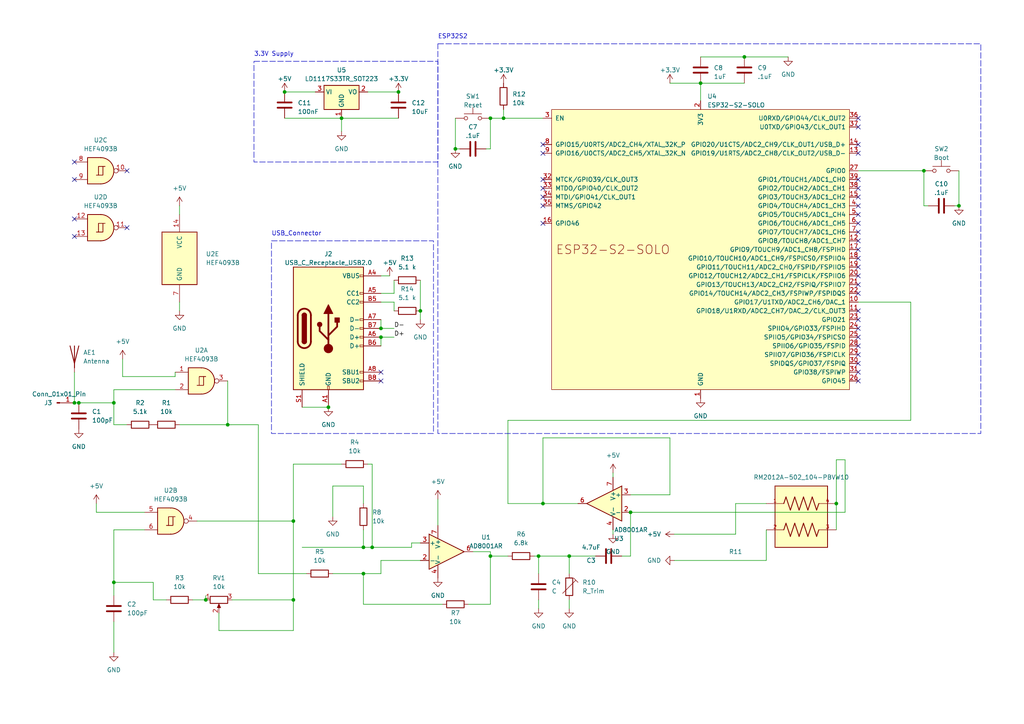
<source format=kicad_sch>
(kicad_sch (version 20230121) (generator eeschema)
  (paper "A4")
  (lib_symbols
    (symbol "4xxx:HEF4093B" (pin_names (offset 1.016))
      (property "Reference" "U" (at 0 1.27 0))
      (property "Value" "HEF4093B" (at 0 -1.27 0))
      (symbol "HEF4093B_1_0"
        (polyline (pts (xy -0.635 -1.27) (xy -0.635 1.27) (xy 0.635 1.27)))
        (polyline (pts (xy -0.635 -1.27) (xy -0.635 1.27) (xy 0.635 1.27)))
        (polyline (pts (xy -1.27 -1.27) (xy 0.635 -1.27) (xy 0.635 1.27) (xy 1.27 1.27)))
        (polyline (pts (xy -1.27 -1.27) (xy 0.635 -1.27) (xy 0.635 1.27) (xy 1.27 1.27)))
      )
      (symbol "HEF4093B_1_1"
        (arc (start 0 -3.81) (mid 3.7934 0) (end 0 3.81) (stroke (width 0.254)) (fill (type background)))
        (polyline (pts (xy 0 3.81) (xy -3.81 3.81) (xy -3.81 -3.81) (xy 0 -3.81)) (stroke (width 0.254)) (fill (type background)))
        (pin input line (at -7.62 2.54 0) (length 3.81) (name "~") (number "1"))
        (pin input line (at -7.62 -2.54 0) (length 3.81) (name "~") (number "2"))
        (pin output inverted (at 7.62 0 180) (length 3.81) (name "~") (number "3"))
      )
      (symbol "HEF4093B_1_2"
        (arc (start -3.81 -3.81) (mid -2.589 0) (end -3.81 3.81) (stroke (width 0.254)))
        (arc (start -0.6096 -3.81) (mid 2.1842 -2.5851) (end 3.81 0) (stroke (width 0.254)) (fill (type background)))
        (polyline (pts (xy -3.81 -3.81) (xy -0.635 -3.81)) (stroke (width 0.254)) (fill (type background)))
        (polyline (pts (xy -3.81 3.81) (xy -0.635 3.81)) (stroke (width 0.254)) (fill (type background)))
        (polyline (pts (xy -0.635 3.81) (xy -3.81 3.81) (xy -3.81 3.81) (xy -3.556 3.4036) (xy -3.0226 2.2606) (xy -2.6924 1.0414) (xy -2.6162 -0.254) (xy -2.7686 -1.4986) (xy -3.175 -2.7178) (xy -3.81 -3.81) (xy -3.81 -3.81) (xy -0.635 -3.81)) (stroke (width -25.4)) (fill (type background)))
        (arc (start 3.81 0) (mid 2.1915 2.5936) (end -0.6096 3.81) (stroke (width 0.254)) (fill (type background)))
        (pin input inverted (at -7.62 2.54 0) (length 4.318) (name "~") (number "1"))
        (pin input inverted (at -7.62 -2.54 0) (length 4.318) (name "~") (number "2"))
        (pin output line (at 7.62 0 180) (length 3.81) (name "~") (number "3"))
      )
      (symbol "HEF4093B_2_0"
        (polyline (pts (xy -0.635 -1.27) (xy -0.635 1.27) (xy 0.635 1.27)))
        (polyline (pts (xy -0.635 -1.27) (xy -0.635 1.27) (xy 0.635 1.27)))
        (polyline (pts (xy -1.27 -1.27) (xy 0.635 -1.27) (xy 0.635 1.27) (xy 1.27 1.27)))
        (polyline (pts (xy -1.27 -1.27) (xy 0.635 -1.27) (xy 0.635 1.27) (xy 1.27 1.27)))
      )
      (symbol "HEF4093B_2_1"
        (arc (start 0 -3.81) (mid 3.7934 0) (end 0 3.81) (stroke (width 0.254)) (fill (type background)))
        (polyline (pts (xy 0 3.81) (xy -3.81 3.81) (xy -3.81 -3.81) (xy 0 -3.81)) (stroke (width 0.254)) (fill (type background)))
        (pin output inverted (at 7.62 0 180) (length 3.81) (name "~") (number "4"))
        (pin input line (at -7.62 2.54 0) (length 3.81) (name "~") (number "5"))
        (pin input line (at -7.62 -2.54 0) (length 3.81) (name "~") (number "6"))
      )
      (symbol "HEF4093B_2_2"
        (arc (start -3.81 -3.81) (mid -2.589 0) (end -3.81 3.81) (stroke (width 0.254)))
        (arc (start -0.6096 -3.81) (mid 2.1842 -2.5851) (end 3.81 0) (stroke (width 0.254)) (fill (type background)))
        (polyline (pts (xy -3.81 -3.81) (xy -0.635 -3.81)) (stroke (width 0.254)) (fill (type background)))
        (polyline (pts (xy -3.81 3.81) (xy -0.635 3.81)) (stroke (width 0.254)) (fill (type background)))
        (polyline (pts (xy -0.635 3.81) (xy -3.81 3.81) (xy -3.81 3.81) (xy -3.556 3.4036) (xy -3.0226 2.2606) (xy -2.6924 1.0414) (xy -2.6162 -0.254) (xy -2.7686 -1.4986) (xy -3.175 -2.7178) (xy -3.81 -3.81) (xy -3.81 -3.81) (xy -0.635 -3.81)) (stroke (width -25.4)) (fill (type background)))
        (arc (start 3.81 0) (mid 2.1915 2.5936) (end -0.6096 3.81) (stroke (width 0.254)) (fill (type background)))
        (pin output line (at 7.62 0 180) (length 3.81) (name "~") (number "4"))
        (pin input inverted (at -7.62 2.54 0) (length 4.318) (name "~") (number "5"))
        (pin input inverted (at -7.62 -2.54 0) (length 4.318) (name "~") (number "6"))
      )
      (symbol "HEF4093B_3_0"
        (polyline (pts (xy -0.635 -1.27) (xy -0.635 1.27) (xy 0.635 1.27)))
        (polyline (pts (xy -0.635 -1.27) (xy -0.635 1.27) (xy 0.635 1.27)))
        (polyline (pts (xy -1.27 -1.27) (xy 0.635 -1.27) (xy 0.635 1.27) (xy 1.27 1.27)))
        (polyline (pts (xy -1.27 -1.27) (xy 0.635 -1.27) (xy 0.635 1.27) (xy 1.27 1.27)))
      )
      (symbol "HEF4093B_3_1"
        (arc (start 0 -3.81) (mid 3.7934 0) (end 0 3.81) (stroke (width 0.254)) (fill (type background)))
        (polyline (pts (xy 0 3.81) (xy -3.81 3.81) (xy -3.81 -3.81) (xy 0 -3.81)) (stroke (width 0.254)) (fill (type background)))
        (pin output inverted (at 7.62 0 180) (length 3.81) (name "~") (number "10"))
        (pin input line (at -7.62 2.54 0) (length 3.81) (name "~") (number "8"))
        (pin input line (at -7.62 -2.54 0) (length 3.81) (name "~") (number "9"))
      )
      (symbol "HEF4093B_3_2"
        (arc (start -3.81 -3.81) (mid -2.589 0) (end -3.81 3.81) (stroke (width 0.254)))
        (arc (start -0.6096 -3.81) (mid 2.1842 -2.5851) (end 3.81 0) (stroke (width 0.254)) (fill (type background)))
        (polyline (pts (xy -3.81 -3.81) (xy -0.635 -3.81)) (stroke (width 0.254)) (fill (type background)))
        (polyline (pts (xy -3.81 3.81) (xy -0.635 3.81)) (stroke (width 0.254)) (fill (type background)))
        (polyline (pts (xy -0.635 3.81) (xy -3.81 3.81) (xy -3.81 3.81) (xy -3.556 3.4036) (xy -3.0226 2.2606) (xy -2.6924 1.0414) (xy -2.6162 -0.254) (xy -2.7686 -1.4986) (xy -3.175 -2.7178) (xy -3.81 -3.81) (xy -3.81 -3.81) (xy -0.635 -3.81)) (stroke (width -25.4)) (fill (type background)))
        (arc (start 3.81 0) (mid 2.1915 2.5936) (end -0.6096 3.81) (stroke (width 0.254)) (fill (type background)))
        (pin output line (at 7.62 0 180) (length 3.81) (name "~") (number "10"))
        (pin input inverted (at -7.62 2.54 0) (length 4.318) (name "~") (number "8"))
        (pin input inverted (at -7.62 -2.54 0) (length 4.318) (name "~") (number "9"))
      )
      (symbol "HEF4093B_4_0"
        (polyline (pts (xy -0.635 -1.27) (xy -0.635 1.27) (xy 0.635 1.27)))
        (polyline (pts (xy -0.635 -1.27) (xy -0.635 1.27) (xy 0.635 1.27)))
        (polyline (pts (xy -1.27 -1.27) (xy 0.635 -1.27) (xy 0.635 1.27) (xy 1.27 1.27)))
        (polyline (pts (xy -1.27 -1.27) (xy 0.635 -1.27) (xy 0.635 1.27) (xy 1.27 1.27)))
      )
      (symbol "HEF4093B_4_1"
        (arc (start 0 -3.81) (mid 3.7934 0) (end 0 3.81) (stroke (width 0.254)) (fill (type background)))
        (polyline (pts (xy 0 3.81) (xy -3.81 3.81) (xy -3.81 -3.81) (xy 0 -3.81)) (stroke (width 0.254)) (fill (type background)))
        (pin output inverted (at 7.62 0 180) (length 3.81) (name "~") (number "11"))
        (pin input line (at -7.62 2.54 0) (length 3.81) (name "~") (number "12"))
        (pin input line (at -7.62 -2.54 0) (length 3.81) (name "~") (number "13"))
      )
      (symbol "HEF4093B_4_2"
        (arc (start -3.81 -3.81) (mid -2.589 0) (end -3.81 3.81) (stroke (width 0.254)))
        (arc (start -0.6096 -3.81) (mid 2.1842 -2.5851) (end 3.81 0) (stroke (width 0.254)) (fill (type background)))
        (polyline (pts (xy -3.81 -3.81) (xy -0.635 -3.81)) (stroke (width 0.254)) (fill (type background)))
        (polyline (pts (xy -3.81 3.81) (xy -0.635 3.81)) (stroke (width 0.254)) (fill (type background)))
        (polyline (pts (xy -0.635 3.81) (xy -3.81 3.81) (xy -3.81 3.81) (xy -3.556 3.4036) (xy -3.0226 2.2606) (xy -2.6924 1.0414) (xy -2.6162 -0.254) (xy -2.7686 -1.4986) (xy -3.175 -2.7178) (xy -3.81 -3.81) (xy -3.81 -3.81) (xy -0.635 -3.81)) (stroke (width -25.4)) (fill (type background)))
        (arc (start 3.81 0) (mid 2.1915 2.5936) (end -0.6096 3.81) (stroke (width 0.254)) (fill (type background)))
        (pin output line (at 7.62 0 180) (length 3.81) (name "~") (number "11"))
        (pin input inverted (at -7.62 2.54 0) (length 4.318) (name "~") (number "12"))
        (pin input inverted (at -7.62 -2.54 0) (length 4.318) (name "~") (number "13"))
      )
      (symbol "HEF4093B_5_0"
        (pin power_in line (at 0 12.7 270) (length 5.08) (name "VCC") (number "14"))
        (pin power_in line (at 0 -12.7 90) (length 5.08) (name "GND") (number "7"))
      )
      (symbol "HEF4093B_5_1"
        (rectangle (start -5.08 7.62) (end 5.08 -7.62) (stroke (width 0.254)) (fill (type background)))
      )
    )
    (symbol "Amplifier_Operational:AD8001AR" (pin_names (offset 0.127))
      (property "Reference" "U" (at 0 6.35 0))
      (property "Value" "AD8001AR" (at 0 3.81 0))
      (symbol "AD8001AR_0_1"
        (polyline (pts (xy -5.08 5.08) (xy 5.08 0) (xy -5.08 -5.08) (xy -5.08 5.08)) (stroke (width 0.254)) (fill (type background)))
      )
      (symbol "AD8001AR_1_1"
        (pin no_connect line (at -2.54 2.54 270) (length 2.54) hide (name "NC") (number "1"))
        (pin input line (at -7.62 -2.54 0) (length 2.54) (name "-") (number "2"))
        (pin input line (at -7.62 2.54 0) (length 2.54) (name "+") (number "3"))
        (pin power_in line (at -2.54 -7.62 90) (length 3.81) (name "V-") (number "4"))
        (pin no_connect line (at 0 2.54 270) (length 2.54) hide (name "NC") (number "5"))
        (pin output line (at 7.62 0 180) (length 2.54) (name "~") (number "6"))
        (pin power_in line (at -2.54 7.62 270) (length 3.81) (name "V+") (number "7"))
        (pin no_connect line (at 0 -2.54 90) (length 2.54) hide (name "NC") (number "8"))
      )
    )
    (symbol "Connector:Conn_01x01_Pin" (pin_names (offset 1.016) hide)
      (property "Reference" "J" (at 0 2.54 0))
      (property "Value" "Conn_01x01_Pin" (at 0 -2.54 0))
      (symbol "Conn_01x01_Pin_1_1"
        (polyline (pts (xy 1.27 0) (xy 0.8636 0)) (stroke (width 0.1524)))
        (rectangle (start 0.8636 0.127) (end 0 -0.127) (stroke (width 0.1524)) (fill (type outline)))
        (pin passive line (at 5.08 0 180) (length 3.81) (name "Pin_1") (number "1"))
      )
    )
    (symbol "Connector:USB_C_Receptacle_USB2.0" (pin_names (offset 1.016))
      (property "Reference" "J" (at -10.16 19.05 0))
      (property "Value" "USB_C_Receptacle_USB2.0" (at 19.05 19.05 0))
      (symbol "USB_C_Receptacle_USB2.0_0_0"
        (rectangle (start -0.254 -17.78) (end 0.254 -16.764))
        (rectangle (start 10.16 -14.986) (end 9.144 -15.494))
        (rectangle (start 10.16 -12.446) (end 9.144 -12.954))
        (rectangle (start 10.16 -4.826) (end 9.144 -5.334))
        (rectangle (start 10.16 -2.286) (end 9.144 -2.794))
        (rectangle (start 10.16 0.254) (end 9.144 -0.254))
        (rectangle (start 10.16 2.794) (end 9.144 2.286))
        (rectangle (start 10.16 7.874) (end 9.144 7.366))
        (rectangle (start 10.16 10.414) (end 9.144 9.906))
        (rectangle (start 10.16 15.494) (end 9.144 14.986))
      )
      (symbol "USB_C_Receptacle_USB2.0_0_1"
        (rectangle (start -10.16 17.78) (end 10.16 -17.78) (stroke (width 0.254)) (fill (type background)))
        (arc (start -8.89 -3.81) (mid -6.985 -5.7067) (end -5.08 -3.81) (stroke (width 0.508)))
        (arc (start -7.62 -3.81) (mid -6.985 -4.4423) (end -6.35 -3.81) (stroke (width 0.254)))
        (arc (start -7.62 -3.81) (mid -6.985 -4.4423) (end -6.35 -3.81) (stroke (width 0.254)) (fill (type outline)))
        (rectangle (start -7.62 -3.81) (end -6.35 3.81) (stroke (width 0.254)) (fill (type outline)))
        (arc (start -6.35 3.81) (mid -6.985 4.4423) (end -7.62 3.81) (stroke (width 0.254)))
        (arc (start -6.35 3.81) (mid -6.985 4.4423) (end -7.62 3.81) (stroke (width 0.254)) (fill (type outline)))
        (arc (start -5.08 3.81) (mid -6.985 5.7067) (end -8.89 3.81) (stroke (width 0.508)))
        (circle (center -2.54 1.143) (radius 0.635) (stroke (width 0.254)) (fill (type outline)))
        (circle (center 0 -5.842) (radius 1.27) (fill (type outline)))
        (polyline (pts (xy -8.89 -3.81) (xy -8.89 3.81)) (stroke (width 0.508)))
        (polyline (pts (xy -5.08 3.81) (xy -5.08 -3.81)) (stroke (width 0.508)))
        (polyline (pts (xy 0 -5.842) (xy 0 4.318)) (stroke (width 0.508)))
        (polyline (pts (xy 0 -3.302) (xy -2.54 -0.762) (xy -2.54 0.508)) (stroke (width 0.508)))
        (polyline (pts (xy 0 -2.032) (xy 2.54 0.508) (xy 2.54 1.778)) (stroke (width 0.508)))
        (polyline (pts (xy -1.27 4.318) (xy 0 6.858) (xy 1.27 4.318) (xy -1.27 4.318)) (stroke (width 0.254)) (fill (type outline)))
        (rectangle (start 1.905 1.778) (end 3.175 3.048) (stroke (width 0.254)) (fill (type outline)))
      )
      (symbol "USB_C_Receptacle_USB2.0_1_1"
        (pin passive line (at 0 -22.86 90) (length 5.08) (name "GND") (number "A1"))
        (pin passive line (at 0 -22.86 90) (length 5.08) hide (name "GND") (number "A12"))
        (pin passive line (at 15.24 15.24 180) (length 5.08) (name "VBUS") (number "A4"))
        (pin bidirectional line (at 15.24 10.16 180) (length 5.08) (name "CC1") (number "A5"))
        (pin bidirectional line (at 15.24 -2.54 180) (length 5.08) (name "D+") (number "A6"))
        (pin bidirectional line (at 15.24 2.54 180) (length 5.08) (name "D-") (number "A7"))
        (pin bidirectional line (at 15.24 -12.7 180) (length 5.08) (name "SBU1") (number "A8"))
        (pin passive line (at 15.24 15.24 180) (length 5.08) hide (name "VBUS") (number "A9"))
        (pin passive line (at 0 -22.86 90) (length 5.08) hide (name "GND") (number "B1"))
        (pin passive line (at 0 -22.86 90) (length 5.08) hide (name "GND") (number "B12"))
        (pin passive line (at 15.24 15.24 180) (length 5.08) hide (name "VBUS") (number "B4"))
        (pin bidirectional line (at 15.24 7.62 180) (length 5.08) (name "CC2") (number "B5"))
        (pin bidirectional line (at 15.24 -5.08 180) (length 5.08) (name "D+") (number "B6"))
        (pin bidirectional line (at 15.24 0 180) (length 5.08) (name "D-") (number "B7"))
        (pin bidirectional line (at 15.24 -15.24 180) (length 5.08) (name "SBU2") (number "B8"))
        (pin passive line (at 15.24 15.24 180) (length 5.08) hide (name "VBUS") (number "B9"))
        (pin passive line (at -7.62 -22.86 90) (length 5.08) (name "SHIELD") (number "S1"))
      )
    )
    (symbol "Device:C" (pin_numbers hide) (pin_names (offset 0.254))
      (property "Reference" "C" (at 0.635 2.54 0))
      (property "Value" "C" (at 0.635 -2.54 0))
      (symbol "C_0_1"
        (polyline (pts (xy -2.032 -0.762) (xy 2.032 -0.762)) (stroke (width 0.508)))
        (polyline (pts (xy -2.032 0.762) (xy 2.032 0.762)) (stroke (width 0.508)))
      )
      (symbol "C_1_1"
        (pin passive line (at 0 3.81 270) (length 2.794) (name "~") (number "1"))
        (pin passive line (at 0 -3.81 90) (length 2.794) (name "~") (number "2"))
      )
    )
    (symbol "Device:R" (pin_numbers hide) (pin_names (offset 0))
      (property "Reference" "R" (at 2.032 0 90))
      (property "Value" "R" (at 0 0 90))
      (symbol "R_0_1"
        (rectangle (start -1.016 -2.54) (end 1.016 2.54) (stroke (width 0.254)))
      )
      (symbol "R_1_1"
        (pin passive line (at 0 3.81 270) (length 1.27) (name "~") (number "1"))
        (pin passive line (at 0 -3.81 90) (length 1.27) (name "~") (number "2"))
      )
    )
    (symbol "Device:R_Trim" (pin_numbers hide) (pin_names (offset 0))
      (property "Reference" "R" (at 2.54 -2.54 90))
      (property "Value" "R_Trim" (at -2.54 -0.635 90))
      (symbol "R_Trim_0_1"
        (rectangle (start -1.016 -2.54) (end 1.016 2.54) (stroke (width 0.254)))
        (polyline (pts (xy -1.905 -1.905) (xy 1.905 1.905) (xy 2.54 1.27) (xy 1.27 2.54)))
      )
      (symbol "R_Trim_1_1"
        (pin passive line (at 0 3.81 270) (length 1.27) (name "~") (number "1"))
        (pin passive line (at 0 -3.81 90) (length 1.27) (name "~") (number "2"))
      )
    )
    (symbol "RM2012A-502_104-PBVW10:RM2012A-502_104-PBVW10" (pin_names (offset 1.016))
      (property "Reference" "R" (at -7.62 8.89 0))
      (property "Value" "RM2012A-502_104-PBVW10" (at -7.62 -13.97 0))
      (symbol "RM2012A-502_104-PBVW10_0_0"
        (rectangle (start -7.62 -10.16) (end 7.62 7.62) (stroke (width 0.254)) (fill (type background)))
        (polyline (pts (xy -5.08 -5.08) (xy -4.445 -3.175)) (stroke (width 0.254)))
        (polyline (pts (xy -5.08 2.54) (xy -4.445 4.445)) (stroke (width 0.254)))
        (polyline (pts (xy -4.445 -3.175) (xy -3.175 -6.985)) (stroke (width 0.254)))
        (polyline (pts (xy -4.445 4.445) (xy -3.175 0.635)) (stroke (width 0.254)))
        (polyline (pts (xy -3.175 -6.985) (xy -1.905 -3.175)) (stroke (width 0.254)))
        (polyline (pts (xy -3.175 0.635) (xy -1.905 4.445)) (stroke (width 0.254)))
        (polyline (pts (xy -1.905 -3.175) (xy -0.635 -6.985)) (stroke (width 0.254)))
        (polyline (pts (xy -1.905 4.445) (xy -0.635 0.635)) (stroke (width 0.254)))
        (polyline (pts (xy -0.635 -6.985) (xy 0.635 -3.175)) (stroke (width 0.254)))
        (polyline (pts (xy -0.635 0.635) (xy 0.635 4.445)) (stroke (width 0.254)))
        (polyline (pts (xy 0.635 -3.175) (xy 1.905 -6.985)) (stroke (width 0.254)))
        (polyline (pts (xy 0.635 4.445) (xy 1.905 0.635)) (stroke (width 0.254)))
        (polyline (pts (xy 1.905 -6.985) (xy 3.175 -3.175)) (stroke (width 0.254)))
        (polyline (pts (xy 1.905 0.635) (xy 3.175 4.445)) (stroke (width 0.254)))
        (polyline (pts (xy 3.175 -3.175) (xy 4.445 -6.985)) (stroke (width 0.254)))
        (polyline (pts (xy 3.175 4.445) (xy 4.445 0.635)) (stroke (width 0.254)))
        (polyline (pts (xy 4.445 -6.985) (xy 5.08 -5.08)) (stroke (width 0.254)))
        (polyline (pts (xy 4.445 0.635) (xy 5.08 2.54)) (stroke (width 0.254)))
        (pin passive line (at -10.16 2.54 0) (length 5.08) (name "~") (number "1"))
        (pin passive line (at -10.16 -5.08 0) (length 5.08) (name "~") (number "2"))
        (pin passive line (at 10.16 -5.08 180) (length 5.08) (name "~") (number "3"))
        (pin passive line (at 10.16 2.54 180) (length 5.08) (name "~") (number "4"))
      )
    )
    (symbol "Regulator_Linear:LD1117S33TR_SOT223"
      (property "Reference" "U" (at -3.81 3.175 0))
      (property "Value" "LD1117S33TR_SOT223" (at 0 3.175 0))
      (symbol "LD1117S33TR_SOT223_0_1"
        (rectangle (start -5.08 -5.08) (end 5.08 1.905) (stroke (width 0.254)) (fill (type background)))
      )
      (symbol "LD1117S33TR_SOT223_1_1"
        (pin power_in line (at 0 -7.62 90) (length 2.54) (name "GND") (number "1"))
        (pin power_out line (at 7.62 0 180) (length 2.54) (name "VO") (number "2"))
        (pin power_in line (at -7.62 0 0) (length 2.54) (name "VI") (number "3"))
      )
    )
    (symbol "Switch:SW_Omron_B3FS" (pin_numbers hide) (pin_names (offset 1.016) hide)
      (property "Reference" "SW" (at 1.27 2.54 0))
      (property "Value" "SW_Omron_B3FS" (at 0 -1.524 0))
      (symbol "SW_Omron_B3FS_0_1"
        (circle (center -2.032 0) (radius 0.508))
        (polyline (pts (xy 0 1.27) (xy 0 3.048)))
        (polyline (pts (xy 2.54 1.27) (xy -2.54 1.27)))
        (circle (center 2.032 0) (radius 0.508))
        (pin passive line (at -5.08 0 0) (length 2.54) (name "1") (number "1"))
        (pin passive line (at 5.08 0 180) (length 2.54) (name "2") (number "2"))
      )
    )
    (symbol "esp32:ESP32-S2-SOLO" (pin_names (offset 1.016))
      (property "Reference" "U" (at -43.18 45.72 0))
      (property "Value" "ESP32-S2-SOLO" (at -43.18 43.18 0))
      (symbol "ESP32-S2-SOLO_0_1"
        (rectangle (start -43.18 40.64) (end 43.18 -40.64) (fill (type background)))
      )
      (symbol "ESP32-S2-SOLO_1_1"
        (text "ESP32-S2-SOLO" (at -25.4 0 0) (effects (font (size 2.54 2.54))))
        (pin power_in line (at 0 -43.18 90) (length 2.54) (name "GND") (number "1"))
        (pin bidirectional line (at 45.72 -15.24 180) (length 2.54) (name "GPIO17/U1TXD/ADC2_CH6/DAC_1") (number "10"))
        (pin bidirectional line (at 45.72 -17.78 180) (length 2.54) (name "GPIO18/U1RXD/ADC2_CH7/DAC_2/CLK_OUT3") (number "11"))
        (pin bidirectional line (at 45.72 2.54 180) (length 2.54) (name "GPIO8/TOUCH8/ADC1_CH7") (number "12"))
        (pin bidirectional line (at 45.72 27.94 180) (length 2.54) (name "GPIO19/U1RTS/ADC2_CH8/CLK_OUT2/USB_D-") (number "13"))
        (pin bidirectional line (at 45.72 30.48 180) (length 2.54) (name "GPIO20/U1CTS/ADC2_CH9/CLK_OUT1/USB_D+") (number "14"))
        (pin bidirectional line (at 45.72 15.24 180) (length 2.54) (name "GPIO3/TOUCH3/ADC1_CH2") (number "15"))
        (pin input line (at -45.72 7.62 0) (length 2.54) (name "GPIO46") (number "16"))
        (pin bidirectional line (at 45.72 0 180) (length 2.54) (name "GPIO9/TOUCH9/ADC1_CH8/FSPIHD") (number "17"))
        (pin bidirectional line (at 45.72 -2.54 180) (length 2.54) (name "GPIO10/TOUCH10/ADC1_CH9/FSPICS0/FSPIIO4") (number "18"))
        (pin bidirectional line (at 45.72 -5.08 180) (length 2.54) (name "GPIO11/TOUCH11/ADC2_CH0/FSPID/FSPIIO5") (number "19"))
        (pin power_in line (at 0 43.18 270) (length 2.54) (name "3V3") (number "2"))
        (pin bidirectional line (at 45.72 -7.62 180) (length 2.54) (name "GPIO12/TOUCH12/ADC2_CH1/FSPICLK/FSPIIO6") (number "20"))
        (pin bidirectional line (at 45.72 -10.16 180) (length 2.54) (name "GPIO13/TOUCH13/ADC2_CH2/FSPIQ/FSPIIO7") (number "21"))
        (pin bidirectional line (at 45.72 -12.7 180) (length 2.54) (name "GPIO14/TOUCH14/ADC2_CH3/FSPIWP/FSPIDQS") (number "22"))
        (pin bidirectional line (at 45.72 -20.32 180) (length 2.54) (name "GPIO21") (number "23"))
        (pin bidirectional line (at 45.72 -22.86 180) (length 2.54) (name "SPIIO4/GPIO33/FSPIHD") (number "24"))
        (pin bidirectional line (at 45.72 -25.4 180) (length 2.54) (name "SPIIO5/GPIO34/FSPICS0") (number "25"))
        (pin bidirectional line (at 45.72 -38.1 180) (length 2.54) (name "GPIO45") (number "26"))
        (pin bidirectional line (at 45.72 22.86 180) (length 2.54) (name "GPIO0") (number "27"))
        (pin bidirectional line (at 45.72 -27.94 180) (length 2.54) (name "SPIIO6/GPIO35/FSPID") (number "28"))
        (pin bidirectional line (at 45.72 -30.48 180) (length 2.54) (name "SPIIO7/GPIO36/FSPICLK") (number "29"))
        (pin bidirectional line (at -45.72 38.1 0) (length 2.54) (name "EN") (number "3"))
        (pin bidirectional line (at 45.72 -33.02 180) (length 2.54) (name "SPIDQS/GPIO37/FSPIQ") (number "30"))
        (pin bidirectional line (at 45.72 -35.56 180) (length 2.54) (name "GPIO38/FSPIWP") (number "31"))
        (pin bidirectional line (at -45.72 20.32 0) (length 2.54) (name "MTCK/GPIO39/CLK_OUT3") (number "32"))
        (pin bidirectional line (at -45.72 17.78 0) (length 2.54) (name "MTDO/GPIO40/CLK_OUT2") (number "33"))
        (pin bidirectional line (at -45.72 15.24 0) (length 2.54) (name "MTDI/GPIO41/CLK_OUT1") (number "34"))
        (pin bidirectional line (at -45.72 12.7 0) (length 2.54) (name "MTMS/GPIO42") (number "35"))
        (pin bidirectional line (at 45.72 38.1 180) (length 2.54) (name "U0RXD/GPIO44/CLK_OUT2") (number "36"))
        (pin bidirectional line (at 45.72 35.56 180) (length 2.54) (name "U0TXD/GPIO43/CLK_OUT1") (number "37"))
        (pin bidirectional line (at 45.72 17.78 180) (length 2.54) (name "GPIO2/TOUCH2/ADC1_CH1") (number "38"))
        (pin bidirectional line (at 45.72 20.32 180) (length 2.54) (name "GPIO1/TOUCH1/ADC1_CH0") (number "39"))
        (pin bidirectional line (at 45.72 12.7 180) (length 2.54) (name "GPIO4/TOUCH4/ADC1_CH3") (number "4"))
        (pin passive line (at 0 -43.18 90) (length 2.54) hide (name "GND") (number "40"))
        (pin passive line (at 0 -43.18 90) (length 2.54) hide (name "GND") (number "41"))
        (pin bidirectional line (at 45.72 10.16 180) (length 2.54) (name "GPIO5/TOUCH5/ADC1_CH4") (number "5"))
        (pin bidirectional line (at 45.72 7.62 180) (length 2.54) (name "GPIO6/TOUCH6/ADC1_CH5") (number "6"))
        (pin bidirectional line (at 45.72 5.08 180) (length 2.54) (name "GPIO7/TOUCH7/ADC1_CH6") (number "7"))
        (pin bidirectional line (at -45.72 30.48 0) (length 2.54) (name "GPIO15/U0RTS/ADC2_CH4/XTAL_32K_P") (number "8"))
        (pin bidirectional line (at -45.72 27.94 0) (length 2.54) (name "GPIO16/U0CTS/ADC2_CH5/XTAL_32K_N") (number "9"))
      )
    )
    (symbol "power:+3.3V" (power) (pin_names (offset 0))
      (property "Value" "+3.3V" (at 0 3.556 0))
      (symbol "+3.3V_0_1"
        (polyline (pts (xy -0.762 1.27) (xy 0 2.54)))
        (polyline (pts (xy 0 0) (xy 0 2.54)))
        (polyline (pts (xy 0 2.54) (xy 0.762 1.27)))
      )
      (symbol "+3.3V_1_1"
        (pin power_in line (at 0 0 90) (length 0) hide (name "+3.3V") (number "1"))
      )
    )
    (symbol "power:+5V" (power) (pin_names (offset 0))
      (property "Value" "+5V" (at 0 3.556 0))
      (symbol "+5V_0_1"
        (polyline (pts (xy -0.762 1.27) (xy 0 2.54)))
        (polyline (pts (xy 0 0) (xy 0 2.54)))
        (polyline (pts (xy 0 2.54) (xy 0.762 1.27)))
      )
      (symbol "+5V_1_1"
        (pin power_in line (at 0 0 90) (length 0) hide (name "+5V") (number "1"))
      )
    )
    (symbol "power:GND" (power) (pin_names (offset 0))
      (property "Value" "GND" (at 0 -3.81 0))
      (symbol "GND_0_1"
        (polyline (pts (xy 0 0) (xy 0 -1.27) (xy 1.27 -1.27) (xy 0 -2.54) (xy -1.27 -1.27) (xy 0 -1.27)))
      )
      (symbol "GND_1_1"
        (pin power_in line (at 0 0 270) (length 0) hide (name "GND") (number "1"))
      )
    )
    (symbol "projectTheremin:Antenna" (pin_numbers hide) (pin_names (offset 1.016) hide)
      (property "Reference" "AE1" (at 2.54 0.635 0))
      (property "Value" "Antenna" (at 2.54 -1.905 0))
      (symbol "Antenna_0_1"
        (polyline (pts (xy 0 2.54) (xy 0 -3.81)) (stroke (width 0.254)))
        (polyline (pts (xy 1.27 2.54) (xy 0 -2.54) (xy -1.27 2.54)) (stroke (width 0.254)))
      )
      (symbol "Antenna_1_1"
        (pin output line (at 0 -5.08 90) (length 2.54) (name "A") (number "1"))
      )
    )
    (symbol "projectTheremin:C" (pin_numbers hide) (pin_names (offset 0.254))
      (property "Reference" "C" (at 0.635 2.54 0))
      (property "Value" "C" (at 0.635 -2.54 0))
      (symbol "C_0_1"
        (polyline (pts (xy -2.032 -0.762) (xy 2.032 -0.762)) (stroke (width 0.508)))
        (polyline (pts (xy -2.032 0.762) (xy 2.032 0.762)) (stroke (width 0.508)))
      )
      (symbol "C_1_1"
        (pin passive line (at 0 3.81 270) (length 2.794) (name "~") (number "1"))
        (pin passive line (at 0 -3.81 90) (length 2.794) (name "~") (number "2"))
      )
    )
    (symbol "projectTheremin:GND" (power) (pin_names (offset 0))
      (property "Value" "GND" (at 0 -3.81 0))
      (symbol "GND_0_1"
        (polyline (pts (xy 0 0) (xy 0 -1.27) (xy 1.27 -1.27) (xy 0 -2.54) (xy -1.27 -1.27) (xy 0 -1.27)))
      )
      (symbol "GND_1_1"
        (pin power_in line (at 0 0 270) (length 0) hide (name "GND") (number "1"))
      )
    )
    (symbol "projectTheremin:R" (pin_numbers hide) (pin_names (offset 0))
      (property "Reference" "R" (at 2.032 0 90))
      (property "Value" "R" (at 0 0 90))
      (symbol "R_0_1"
        (rectangle (start -1.016 -2.54) (end 1.016 2.54) (stroke (width 0.254)))
      )
      (symbol "R_1_1"
        (pin passive line (at 0 3.81 270) (length 1.27) (name "~") (number "1"))
        (pin passive line (at 0 -3.81 90) (length 1.27) (name "~") (number "2"))
      )
    )
    (symbol "projectTheremin:R_Potentiometer" (pin_names (offset 1.016) hide)
      (property "Reference" "RV" (at -4.445 0 90))
      (property "Value" "R_Potentiometer" (at -2.54 0 90))
      (symbol "R_Potentiometer_0_1"
        (polyline (pts (xy 2.54 0) (xy 1.524 0)))
        (polyline (pts (xy 1.143 0) (xy 2.286 0.508) (xy 2.286 -0.508) (xy 1.143 0)) (fill (type outline)))
        (rectangle (start 1.016 2.54) (end -1.016 -2.54) (stroke (width 0.254)))
      )
      (symbol "R_Potentiometer_1_1"
        (pin passive line (at 0 3.81 270) (length 1.27) (name "1") (number "1"))
        (pin passive line (at 3.81 0 180) (length 1.27) (name "2") (number "2"))
        (pin passive line (at 0 -3.81 90) (length 1.27) (name "3") (number "3"))
      )
    )
  )
  (junction (at 33.02 168.91))
  (junction (at 59.69 173.99))
  (junction (at 110.49 97.79))
  (junction (at 278.13 59.69))
  (junction (at 142.24 161.29))
  (junction (at 165.1 161.29))
  (junction (at 105.41 158.75))
  (junction (at 215.9 16.51))
  (junction (at 242.57 146.05))
  (junction (at 146.05 34.29))
  (junction (at 110.49 95.25))
  (junction (at 107.95 158.75))
  (junction (at 21.59 116.84))
  (junction (at 66.04 123.19))
  (junction (at 142.24 34.29))
  (junction (at 82.55 26.67))
  (junction (at 121.92 90.17))
  (junction (at 115.57 26.67))
  (junction (at 203.2 24.13))
  (junction (at 99.06 34.29))
  (junction (at 182.88 148.59))
  (junction (at 267.97 49.53))
  (junction (at 22.86 116.84))
  (junction (at 85.09 173.99))
  (junction (at 95.25 118.11))
  (junction (at 132.08 43.18))
  (junction (at 33.02 116.84))
  (junction (at 157.48 146.05))
  (junction (at 105.41 166.37))
  (junction (at 85.09 151.13))
  (junction (at 156.21 161.29))
  (no_connect (at 157.48 41.91))
  (no_connect (at 248.92 72.39))
  (no_connect (at 248.92 69.85))
  (no_connect (at 21.59 46.99))
  (no_connect (at 248.92 77.47))
  (no_connect (at 157.48 44.45))
  (no_connect (at 248.92 64.77))
  (no_connect (at 248.92 107.95))
  (no_connect (at 248.92 85.09))
  (no_connect (at 157.48 57.15))
  (no_connect (at 21.59 63.5))
  (no_connect (at 248.92 95.25))
  (no_connect (at 248.92 102.87))
  (no_connect (at 248.92 92.71))
  (no_connect (at 248.92 54.61))
  (no_connect (at 248.92 36.83))
  (no_connect (at 21.59 68.58))
  (no_connect (at 248.92 44.45))
  (no_connect (at 36.83 66.04))
  (no_connect (at 36.83 49.53))
  (no_connect (at 157.48 52.07))
  (no_connect (at 157.48 59.69))
  (no_connect (at 21.59 52.07))
  (no_connect (at 157.48 64.77))
  (no_connect (at 248.92 82.55))
  (no_connect (at 248.92 80.01))
  (no_connect (at 248.92 67.31))
  (no_connect (at 110.49 107.95))
  (no_connect (at 248.92 74.93))
  (no_connect (at 248.92 62.23))
  (no_connect (at 248.92 100.33))
  (no_connect (at 248.92 52.07))
  (no_connect (at 248.92 59.69))
  (no_connect (at 248.92 57.15))
  (no_connect (at 110.49 110.49))
  (no_connect (at 248.92 97.79))
  (no_connect (at 157.48 54.61))
  (no_connect (at 248.92 105.41))
  (no_connect (at 248.92 41.91))
  (no_connect (at 248.92 34.29))
  (no_connect (at 248.92 90.17))
  (no_connect (at 248.92 110.49))
  (wire (pts (xy 110.49 97.79) (xy 110.49 100.33)))
  (wire (pts (xy 82.55 34.29) (xy 99.06 34.29)))
  (wire (pts (xy 110.49 92.71) (xy 110.49 95.25)))
  (wire (pts (xy 57.15 151.13) (xy 85.09 151.13)))
  (wire (pts (xy 121.92 81.28) (xy 121.92 90.17)))
  (wire (pts (xy 107.95 158.75) (xy 119.38 158.75)))
  (wire (pts (xy 33.02 113.03) (xy 50.8 113.03)))
  (wire (pts (xy 128.27 175.26) (xy 105.41 175.26)))
  (wire (pts (xy 156.21 173.99) (xy 156.21 176.53)))
  (wire (pts (xy 121.92 90.17) (xy 121.92 92.71)))
  (wire (pts (xy 203.2 24.13) (xy 203.2 29.21)))
  (wire (pts (xy 242.57 133.35) (xy 245.11 133.35)))
  (wire (pts (xy 194.31 127) (xy 194.31 143.51)))
  (wire (pts (xy 156.21 161.29) (xy 165.1 161.29)))
  (wire (pts (xy 213.36 146.05) (xy 222.25 146.05)))
  (wire (pts (xy 278.13 59.69) (xy 276.86 59.69)))
  (wire (pts (xy 33.02 123.19) (xy 36.83 123.19)))
  (wire (pts (xy 63.5 182.88) (xy 85.09 182.88)))
  (wire (pts (xy 248.92 87.63) (xy 264.16 87.63)))
  (wire (pts (xy 264.16 121.92) (xy 147.32 121.92)))
  (wire (pts (xy 269.24 59.69) (xy 267.97 59.69)))
  (wire (pts (xy 105.41 153.67) (xy 105.41 158.75)))
  (wire (pts (xy 33.02 116.84) (xy 33.02 123.19)))
  (wire (pts (xy 182.88 161.29) (xy 180.34 161.29)))
  (wire (pts (xy 85.09 134.62) (xy 85.09 151.13)))
  (wire (pts (xy 147.32 161.29) (xy 142.24 161.29)))
  (wire (pts (xy 110.49 87.63) (xy 114.3 87.63)))
  (wire (pts (xy 66.04 110.49) (xy 66.04 123.19)))
  (wire (pts (xy 165.1 173.99) (xy 165.1 176.53)))
  (wire (pts (xy 99.06 34.29) (xy 99.06 38.1)))
  (wire (pts (xy 195.58 162.56) (xy 222.25 162.56)))
  (wire (pts (xy 35.56 109.22) (xy 50.8 109.22)))
  (wire (pts (xy 142.24 34.29) (xy 142.24 43.18)))
  (wire (pts (xy 146.05 34.29) (xy 157.48 34.29)))
  (wire (pts (xy 203.2 24.13) (xy 215.9 24.13)))
  (wire (pts (xy 182.88 148.59) (xy 245.11 148.59)))
  (wire (pts (xy 177.8 154.94) (xy 177.8 153.67)))
  (wire (pts (xy 21.59 116.84) (xy 22.86 116.84)))
  (wire (pts (xy 85.09 134.62) (xy 99.06 134.62)))
  (wire (pts (xy 22.86 116.84) (xy 33.02 116.84)))
  (wire (pts (xy 63.5 177.8) (xy 63.5 182.88)))
  (wire (pts (xy 195.58 154.94) (xy 213.36 154.94)))
  (wire (pts (xy 147.32 146.05) (xy 147.32 121.92)))
  (wire (pts (xy 267.97 49.53) (xy 267.97 59.69)))
  (wire (pts (xy 87.63 118.11) (xy 95.25 118.11)))
  (wire (pts (xy 74.93 166.37) (xy 88.9 166.37)))
  (wire (pts (xy 133.35 43.18) (xy 132.08 43.18)))
  (wire (pts (xy 165.1 161.29) (xy 165.1 166.37)))
  (wire (pts (xy 114.3 87.63) (xy 114.3 90.17)))
  (wire (pts (xy 182.88 143.51) (xy 194.31 143.51)))
  (wire (pts (xy 264.16 87.63) (xy 264.16 121.92)))
  (wire (pts (xy 33.02 168.91) (xy 44.45 168.91)))
  (wire (pts (xy 110.49 162.56) (xy 110.49 166.37)))
  (wire (pts (xy 110.49 162.56) (xy 121.92 162.56)))
  (wire (pts (xy 33.02 153.67) (xy 41.91 153.67)))
  (wire (pts (xy 66.04 123.19) (xy 74.93 123.19)))
  (wire (pts (xy 96.52 140.97) (xy 96.52 149.86)))
  (wire (pts (xy 107.95 134.62) (xy 106.68 134.62)))
  (wire (pts (xy 82.55 26.67) (xy 91.44 26.67)))
  (wire (pts (xy 248.92 49.53) (xy 267.97 49.53)))
  (wire (pts (xy 33.02 180.34) (xy 33.02 189.23)))
  (wire (pts (xy 105.41 146.05) (xy 105.41 140.97)))
  (wire (pts (xy 33.02 172.72) (xy 33.02 168.91)))
  (wire (pts (xy 35.56 104.14) (xy 35.56 109.22)))
  (wire (pts (xy 182.88 148.59) (xy 182.88 161.29)))
  (wire (pts (xy 110.49 95.25) (xy 114.3 95.25)))
  (wire (pts (xy 215.9 16.51) (xy 228.6 16.51)))
  (wire (pts (xy 110.49 166.37) (xy 105.41 166.37)))
  (wire (pts (xy 140.97 43.18) (xy 142.24 43.18)))
  (wire (pts (xy 142.24 175.26) (xy 135.89 175.26)))
  (wire (pts (xy 41.91 148.59) (xy 27.94 148.59)))
  (wire (pts (xy 245.11 148.59) (xy 245.11 133.35)))
  (wire (pts (xy 194.31 24.13) (xy 203.2 24.13)))
  (wire (pts (xy 157.48 146.05) (xy 147.32 146.05)))
  (wire (pts (xy 142.24 160.02) (xy 142.24 161.29)))
  (wire (pts (xy 137.16 160.02) (xy 142.24 160.02)))
  (wire (pts (xy 50.8 109.22) (xy 50.8 107.95)))
  (wire (pts (xy 110.49 97.79) (xy 114.3 97.79)))
  (wire (pts (xy 87.63 158.75) (xy 105.41 158.75)))
  (wire (pts (xy 106.68 26.67) (xy 115.57 26.67)))
  (wire (pts (xy 99.06 34.29) (xy 115.57 34.29)))
  (wire (pts (xy 165.1 161.29) (xy 172.72 161.29)))
  (wire (pts (xy 85.09 151.13) (xy 85.09 173.99)))
  (wire (pts (xy 157.48 146.05) (xy 167.64 146.05)))
  (wire (pts (xy 132.08 43.18) (xy 132.08 34.29)))
  (wire (pts (xy 74.93 123.19) (xy 74.93 166.37)))
  (wire (pts (xy 222.25 162.56) (xy 222.25 153.67)))
  (wire (pts (xy 105.41 175.26) (xy 105.41 166.37)))
  (wire (pts (xy 52.07 59.69) (xy 52.07 62.23)))
  (wire (pts (xy 213.36 154.94) (xy 213.36 146.05)))
  (wire (pts (xy 107.95 158.75) (xy 107.95 134.62)))
  (wire (pts (xy 110.49 85.09) (xy 114.3 85.09)))
  (wire (pts (xy 67.31 173.99) (xy 85.09 173.99)))
  (wire (pts (xy 52.07 90.17) (xy 52.07 87.63)))
  (wire (pts (xy 154.94 161.29) (xy 156.21 161.29)))
  (wire (pts (xy 203.2 16.51) (xy 215.9 16.51)))
  (wire (pts (xy 110.49 80.01) (xy 113.03 80.01)))
  (wire (pts (xy 156.21 161.29) (xy 156.21 166.37)))
  (wire (pts (xy 44.45 168.91) (xy 44.45 173.99)))
  (wire (pts (xy 33.02 153.67) (xy 33.02 168.91)))
  (wire (pts (xy 85.09 182.88) (xy 85.09 173.99)))
  (wire (pts (xy 194.31 127) (xy 157.48 127)))
  (wire (pts (xy 55.88 173.99) (xy 59.69 173.99)))
  (wire (pts (xy 119.38 158.75) (xy 119.38 157.48)))
  (wire (pts (xy 27.94 148.59) (xy 27.94 146.05)))
  (wire (pts (xy 177.8 137.16) (xy 177.8 138.43)))
  (wire (pts (xy 105.41 140.97) (xy 96.52 140.97)))
  (wire (pts (xy 96.52 166.37) (xy 105.41 166.37)))
  (wire (pts (xy 119.38 157.48) (xy 121.92 157.48)))
  (wire (pts (xy 59.69 172.72) (xy 59.69 173.99)))
  (wire (pts (xy 142.24 161.29) (xy 142.24 175.26)))
  (wire (pts (xy 242.57 146.05) (xy 242.57 153.67)))
  (wire (pts (xy 105.41 158.75) (xy 107.95 158.75)))
  (wire (pts (xy 21.59 107.95) (xy 21.59 116.84)))
  (wire (pts (xy 146.05 31.75) (xy 146.05 34.29)))
  (wire (pts (xy 44.45 173.99) (xy 48.26 173.99)))
  (wire (pts (xy 242.57 133.35) (xy 242.57 146.05)))
  (wire (pts (xy 52.07 123.19) (xy 66.04 123.19)))
  (wire (pts (xy 114.3 85.09) (xy 114.3 81.28)))
  (wire (pts (xy 33.02 116.84) (xy 33.02 113.03)))
  (wire (pts (xy 146.05 34.29) (xy 142.24 34.29)))
  (wire (pts (xy 157.48 127) (xy 157.48 146.05)))
  (wire (pts (xy 127 144.78) (xy 127 152.4)))
  (wire (pts (xy 278.13 49.53) (xy 278.13 59.69)))
  (rectangle (start 78.74 69.85) (end 125.73 125.73) (stroke (width 0) (type dash)))
  (rectangle (start 127 12.7) (end 284.48 125.73) (stroke (width 0) (type dash)))
  (rectangle (start 73.66 17.78) (end 127 46.99) (stroke (width 0) (type dash)))
  (text "3.3V Supply" (at 73.66 16.51 0) (effects (font (size 1.27 1.27)) (justify left bottom)))
  (text "ESP32S2" (at 127 11.43 0) (effects (font (size 1.27 1.27)) (justify left bottom)))
  (text "USB_Connector" (at 78.74 68.58 0) (effects (font (size 1.27 1.27)) (justify left bottom)))
  (label "D-" (at 114.3 95.25 0))
  (label "D+" (at 114.3 97.79 0))
  (symbol (lib_id "power:+5V") (at 195.58 154.94 90) (unit 1)
    (property "Reference" "#PWR05" (effects hide))
    (property "Value" "+5V" (at 191.77 154.94 90) (effects (justify left)))
  )
  (symbol (lib_id "power:+5V") (at 27.94 146.05 0) (unit 1)
    (property "Reference" "#PWR015" (effects hide))
    (property "Value" "+5V" (at 27.94 140.97 0))
  )
  (symbol (lib_id "power:GND") (at 156.21 176.53 0) (unit 1)
    (property "Reference" "#PWR06" (effects hide))
    (property "Value" "GND" (at 156.21 181.61 0))
  )
  (symbol (lib_id "projectTheremin:R") (at 52.07 173.99 270) (unit 1)
    (property "Reference" "R3" (at 52.07 167.64 90))
    (property "Value" "10k" (at 52.07 170.18 90))
    (property "Footprint" "Resistor_THT:R_Axial_DIN0204_L3.6mm_D1.6mm_P1.90mm_Vertical" (effects hide))
  )
  (symbol (lib_id "power:GND") (at 165.1 176.53 0) (unit 1)
    (property "Reference" "#PWR07" (effects hide))
    (property "Value" "GND" (at 165.1 181.61 0))
  )
  (symbol (lib_id "power:GND") (at 127 167.64 0) (unit 1)
    (property "Reference" "#PWR03" (effects hide))
    (property "Value" "GND" (at 127 172.72 0))
  )
  (symbol (lib_id "power:+5V") (at 113.03 80.01 0) (unit 1)
    (property "Reference" "#PWR024" (effects hide))
    (property "Value" "+5V" (at 113.03 76.2 0))
  )
  (symbol (lib_id "projectTheremin:C") (at 22.86 120.65 0) (unit 1)
    (property "Reference" "C1" (at 26.67 119.38 0) (effects (justify left)))
    (property "Value" "100pF" (at 26.67 121.92 0) (effects (justify left)))
    (property "Footprint" "Capacitor_SMD:C_0201_0603Metric" (effects hide))
  )
  (symbol (lib_id "power:GND") (at 195.58 162.56 270) (unit 1)
    (property "Reference" "#PWR017" (effects hide))
    (property "Value" "GND" (at 191.77 162.56 90) (effects (justify right)))
  )
  (symbol (lib_id "projectTheremin:R") (at 48.26 123.19 270) (unit 1)
    (property "Reference" "R1" (at 48.26 116.84 90))
    (property "Value" "10k" (at 48.26 119.38 90))
    (property "Footprint" "Resistor_THT:R_Axial_DIN0204_L3.6mm_D1.6mm_P1.90mm_Vertical" (effects hide))
  )
  (symbol (lib_id "power:+5V") (at 177.8 137.16 0) (unit 1)
    (property "Reference" "#PWR09" (effects hide))
    (property "Value" "+5V" (at 177.8 132.08 0))
  )
  (symbol (lib_id "power:GND") (at 99.06 38.1 0) (unit 1)
    (property "Reference" "#PWR027" (effects hide))
    (property "Value" "GND" (at 99.06 43.18 0))
  )
  (symbol (lib_id "projectTheremin:Antenna") (at 21.59 102.87 0) (unit 1)
    (property "Reference" "AE1" (at 24.13 102.235 0) (effects (justify left)))
    (property "Value" "Antenna" (at 24.13 104.775 0) (effects (justify left)))
    (property "Footprint" "MountingHole:MountingHole_3.2mm_M3_Pad" (effects hide))
  )
  (symbol (lib_id "power:GND") (at 121.92 92.71 0) (unit 1)
    (property "Reference" "#PWR025" (effects hide))
    (property "Value" "GND" (at 121.92 97.79 0))
  )
  (symbol (lib_id "power:GND") (at 228.6 16.51 0) (unit 1)
    (property "Reference" "#PWR021" (effects hide))
    (property "Value" "GND" (at 228.6 21.59 0))
  )
  (symbol (lib_id "Connector:USB_C_Receptacle_USB2.0") (at 95.25 95.25 0) (unit 1)
    (property "Reference" "J2" (at 95.25 73.66 0))
    (property "Value" "USB_C_Receptacle_USB2.0" (at 95.25 76.2 0))
    (property "Footprint" "Connector_USB:USB_C_Receptacle_GCT_USB4105-xx-A_16P_TopMnt_Horizontal" (effects hide))
    (property "Datasheet" "https://www.usb.org/sites/default/files/documents/usb_type-c.zip" (effects hide))
    (property "Digikey" "https://www.digikey.com/en/products/detail/jae-electronics/dx07s016ja1r1500/11585731" (effects hide))
  )
  (symbol (lib_id "esp32:ESP32-S2-SOLO") (at 203.2 72.39 0) (unit 1)
    (property "Reference" "U4" (at 205.1559 27.94 0) (effects (justify left)))
    (property "Value" "ESP32-S2-SOLO" (at 205.1559 30.48 0) (effects (justify left)))
    (property "Footprint" "PCM_Espressif:ESP32-S2-SOLO" (effects hide))
    (property "Datasheet" "https://www.espressif.com/sites/default/files/documentation/esp32-s2-solo_esp32-s2-solo-u_datasheet_en.pdf" (effects hide))
  )
  (symbol (lib_id "power:+5V") (at 35.56 104.14 0) (unit 1)
    (property "Reference" "#PWR012" (effects hide))
    (property "Value" "+5V" (at 35.56 99.06 0))
  )
  (symbol (lib_id "Switch:SW_Omron_B3FS") (at 137.16 34.29 0) (unit 1)
    (property "Reference" "SW1" (at 137.16 27.94 0))
    (property "Value" "Reset" (at 137.16 30.48 0))
    (property "Footprint" "Button_Switch_SMD:SW_SPST_Omron_B3FS-100xP" (effects hide))
    (property "Datasheet" "https://omronfs.omron.com/en_US/ecb/products/pdf/en-b3fs.pdf" (effects hide))
  )
  (symbol (lib_id "power:GND") (at 95.25 118.11 0) (unit 1)
    (property "Reference" "#PWR023" (effects hide))
    (property "Value" "GND" (at 95.25 123.19 0))
  )
  (symbol (lib_id "projectTheremin:GND") (at 33.02 189.23 0) (unit 1)
    (property "Reference" "#PWR02" (effects hide))
    (property "Value" "GND" (at 33.02 194.31 0))
  )
  (symbol (lib_id "Device:C") (at 156.21 170.18 0) (unit 1)
    (property "Reference" "C4" (at 160.02 168.91 0) (effects (justify left)))
    (property "Value" "C" (at 160.02 171.45 0) (effects (justify left)))
    (property "Footprint" "Capacitor_SMD:C_0201_0603Metric" (effects hide))
  )
  (symbol (lib_id "power:GND") (at 132.08 43.18 0) (unit 1)
    (property "Reference" "#PWR08" (effects hide))
    (property "Value" "GND" (at 132.08 48.26 0))
  )
  (symbol (lib_id "projectTheremin:R") (at 40.64 123.19 270) (unit 1)
    (property "Reference" "R2" (at 40.64 116.84 90))
    (property "Value" "5.1k" (at 40.64 119.38 90))
    (property "Footprint" "Resistor_THT:R_Axial_DIN0204_L3.6mm_D1.6mm_P1.90mm_Vertical" (effects hide))
  )
  (symbol (lib_id "4xxx:HEF4093B") (at 58.42 110.49 0) (unit 1)
    (property "Reference" "U2" (at 58.4117 101.6 0))
    (property "Value" "HEF4093B" (at 58.4117 104.14 0))
    (property "Footprint" "Package_SO:SOIC-14_3.9x8.7mm_P1.27mm" (effects hide))
    (property "Datasheet" "https://assets.nexperia.com/documents/data-sheet/HEF4093B.pdf" (effects hide))
  )
  (symbol (lib_id "Device:C") (at 215.9 20.32 0) (unit 1)
    (property "Reference" "C9" (at 219.71 19.685 0) (effects (justify left)))
    (property "Value" ".1uF" (at 219.71 22.225 0) (effects (justify left)))
    (property "Footprint" "Capacitor_SMD:C_0201_0603Metric" (effects hide))
  )
  (symbol (lib_id "Device:C") (at 115.57 30.48 0) (unit 1)
    (property "Reference" "C12" (at 119.38 29.845 0) (effects (justify left)))
    (property "Value" "10uF" (at 119.38 32.385 0) (effects (justify left)))
    (property "Footprint" "Capacitor_SMD:C_0201_0603Metric" (effects hide))
  )
  (symbol (lib_id "power:+5V") (at 127 144.78 0) (unit 1)
    (property "Reference" "#PWR011" (effects hide))
    (property "Value" "+5V" (at 127 139.7 0))
  )
  (symbol (lib_id "RM2012A-502_104-PBVW10:RM2012A-502_104-PBVW10") (at 232.41 148.59 0) (unit 1)
    (property "Reference" "R11" (at 213.36 160.02 0))
    (property "Value" "RM2012A-502_104-PBVW10" (at 232.41 138.43 0))
    (property "Footprint" "Resistor_THT:R_Axial_DIN0204_L3.6mm_D1.6mm_P1.90mm_Vertical" (effects hide))
    (property "MF" "Susumu" (effects hide))
    (property "MAXIMUM_PACKAGE_HEIGHT" "0.55 mm" (effects hide))
    (property "Package" "0805 Susumu" (effects hide))
    (property "Price" "None" (effects hide))
    (property "Check_prices" "https://www.snapeda.com/parts/RM2012A-502/104-PBVW10/Susumu/view-part/?ref=eda" (effects hide))
    (property "STANDARD" "Manufacturer Recommendations" (effects hide))
    (property "PARTREV" "N/A" (effects hide))
    (property "SnapEDA_Link" "https://www.snapeda.com/parts/RM2012A-502/104-PBVW10/Susumu/view-part/?ref=snap" (effects hide))
    (property "MP" "RM2012A-502/104-PBVW10" (effects hide))
    (property "Purchase-URL" "https://www.snapeda.com/api/url_track_click_mouser/?unipart_id=1377246&manufacturer=Susumu&part_name=RM2012A-502/104-PBVW10&search_term=None" (effects hide))
    (property "Description" "\n5k, 100k Ohm ±0.1% 50mW Power Per Element Voltage Divider 2 Resistor Network/Array ±25ppm/°C 0805 (2012 Metric), Long Side Terminals\n" (effects hide))
    (property "Availability" "Not in stock" (effects hide))
    (property "MANUFACTURER" "Susumu" (effects hide))
  )
  (symbol (lib_id "power:+3.3V") (at 194.31 24.13 0) (unit 1)
    (property "Reference" "#PWR019" (effects hide))
    (property "Value" "+3.3V" (at 194.31 20.32 0))
  )
  (symbol (lib_id "power:GND") (at 52.07 90.17 0) (unit 1)
    (property "Reference" "#PWR016" (effects hide))
    (property "Value" "GND" (at 52.07 95.25 0))
  )
  (symbol (lib_id "power:+5V") (at 52.07 59.69 0) (unit 1)
    (property "Reference" "#PWR014" (effects hide))
    (property "Value" "+5V" (at 52.07 54.61 0))
  )
  (symbol (lib_id "power:GND") (at 278.13 59.69 0) (unit 1)
    (property "Reference" "#PWR022" (effects hide))
    (property "Value" "GND" (at 278.13 64.77 0))
  )
  (symbol (lib_id "4xxx:HEF4093B") (at 29.21 49.53 0) (unit 3)
    (property "Reference" "U2" (at 29.2017 40.64 0))
    (property "Value" "HEF4093B" (at 29.2017 43.18 0))
    (property "Footprint" "Package_SO:SOIC-14_3.9x8.7mm_P1.27mm" (effects hide))
    (property "Datasheet" "https://assets.nexperia.com/documents/data-sheet/HEF4093B.pdf" (effects hide))
  )
  (symbol (lib_id "Device:C") (at 82.55 30.48 0) (unit 1)
    (property "Reference" "C11" (at 86.36 29.845 0) (effects (justify left)))
    (property "Value" "100nF" (at 86.36 32.385 0) (effects (justify left)))
    (property "Footprint" "Capacitor_SMD:C_0201_0603Metric" (effects hide))
  )
  (symbol (lib_id "Device:R") (at 118.11 90.17 270) (unit 1)
    (property "Reference" "R14" (at 118.11 83.82 90))
    (property "Value" "5.1 k" (at 118.11 86.36 90))
    (property "Footprint" "Resistor_THT:R_Axial_DIN0204_L3.6mm_D1.6mm_P1.90mm_Vertical" (effects hide))
  )
  (symbol (lib_id "Device:R") (at 105.41 149.86 0) (unit 1)
    (property "Reference" "R8" (at 107.95 148.59 0) (effects (justify left)))
    (property "Value" "10k" (at 107.95 151.13 0) (effects (justify left)))
    (property "Footprint" "Resistor_THT:R_Axial_DIN0204_L3.6mm_D1.6mm_P1.90mm_Vertical" (effects hide))
  )
  (symbol (lib_id "Device:C") (at 137.16 43.18 90) (unit 1)
    (property "Reference" "C7" (at 137.16 36.83 90))
    (property "Value" ".1uF" (at 137.16 39.37 90))
    (property "Footprint" "Capacitor_SMD:C_0201_0603Metric" (effects hide))
  )
  (symbol (lib_id "4xxx:HEF4093B") (at 49.53 151.13 0) (unit 2)
    (property "Reference" "U2" (at 49.5217 142.24 0))
    (property "Value" "HEF4093B" (at 49.5217 144.78 0))
    (property "Footprint" "Package_SO:SOIC-14_3.9x8.7mm_P1.27mm" (effects hide))
    (property "Datasheet" "https://assets.nexperia.com/documents/data-sheet/HEF4093B.pdf" (effects hide))
  )
  (symbol (lib_id "Amplifier_Operational:AD8001AR") (at 175.26 146.05 0) (mirror y) (unit 1)
    (property "Reference" "U3" (at 178.1459 156.21 0) (effects (justify right)))
    (property "Value" "AD8001AR" (at 178.1459 153.67 0) (effects (justify right)))
    (property "Footprint" "Package_SO:SOIC-8_3.9x4.9mm_P1.27mm" (effects hide))
    (property "Datasheet" "https://www.analog.com/media/en/technical-documentation/data-sheets/ad8001.pdf" (effects hide))
  )
  (symbol (lib_id "projectTheremin:GND") (at 22.86 124.46 0) (unit 1)
    (property "Reference" "#PWR01" (effects hide))
    (property "Value" "GND" (at 22.86 129.54 0))
  )
  (symbol (lib_id "power:GND") (at 96.52 149.86 0) (unit 1)
    (property "Reference" "#PWR04" (effects hide))
    (property "Value" "GND" (at 96.52 154.94 0))
  )
  (symbol (lib_id "Device:R") (at 146.05 27.94 0) (unit 1)
    (property "Reference" "R12" (at 148.59 27.305 0) (effects (justify left)))
    (property "Value" "10k" (at 148.59 29.845 0) (effects (justify left)))
    (property "Footprint" "Resistor_THT:R_Axial_DIN0204_L3.6mm_D1.6mm_P1.90mm_Vertical" (effects hide))
  )
  (symbol (lib_id "4xxx:HEF4093B") (at 29.21 66.04 0) (unit 4)
    (property "Reference" "U2" (at 29.2017 57.15 0))
    (property "Value" "HEF4093B" (at 29.2017 59.69 0))
    (property "Footprint" "Package_SO:SOIC-14_3.9x8.7mm_P1.27mm" (effects hide))
    (property "Datasheet" "https://assets.nexperia.com/documents/data-sheet/HEF4093B.pdf" (effects hide))
  )
  (symbol (lib_id "Device:R") (at 151.13 161.29 90) (unit 1)
    (property "Reference" "R6" (at 151.13 154.94 90))
    (property "Value" "6.8k" (at 151.13 157.48 90))
    (property "Footprint" "Resistor_THT:R_Axial_DIN0204_L3.6mm_D1.6mm_P1.90mm_Vertical" (effects hide))
  )
  (symbol (lib_id "power:GND") (at 177.8 154.94 0) (unit 1)
    (property "Reference" "#PWR010" (effects hide))
    (property "Value" "GND" (at 177.8 160.02 0))
  )
  (symbol (lib_id "Device:R") (at 118.11 81.28 90) (unit 1)
    (property "Reference" "R13" (at 118.11 74.93 90))
    (property "Value" "5.1 k" (at 118.11 77.47 90))
    (property "Footprint" "Resistor_THT:R_Axial_DIN0204_L3.6mm_D1.6mm_P1.90mm_Vertical" (effects hide))
  )
  (symbol (lib_id "Switch:SW_Omron_B3FS") (at 273.05 49.53 0) (unit 1)
    (property "Reference" "SW2" (at 273.05 43.18 0))
    (property "Value" "Boot" (at 273.05 45.72 0))
    (property "Footprint" "Button_Switch_SMD:SW_SPST_Omron_B3FS-100xP" (effects hide))
    (property "Datasheet" "https://omronfs.omron.com/en_US/ecb/products/pdf/en-b3fs.pdf" (effects hide))
  )
  (symbol (lib_id "power:+3.3V") (at 115.57 26.67 0) (unit 1)
    (property "Reference" "#PWR028" (effects hide))
    (property "Value" "+3.3V" (at 115.57 22.86 0))
  )
  (symbol (lib_id "Regulator_Linear:LD1117S33TR_SOT223") (at 99.06 26.67 0) (unit 1)
    (property "Reference" "U5" (at 99.06 20.32 0))
    (property "Value" "LD1117S33TR_SOT223" (at 99.06 22.86 0))
    (property "Footprint" "Package_TO_SOT_SMD:SOT-223-3_TabPin2" (effects hide))
    (property "Datasheet" "http://www.st.com/st-web-ui/static/active/en/resource/technical/document/datasheet/CD00000544.pdf" (effects hide))
  )
  (symbol (lib_id "Device:C") (at 203.2 20.32 0) (unit 1)
    (property "Reference" "C8" (at 207.01 19.685 0) (effects (justify left)))
    (property "Value" "1uF" (at 207.01 22.225 0) (effects (justify left)))
    (property "Footprint" "Capacitor_SMD:C_0201_0603Metric" (effects hide))
  )
  (symbol (lib_id "4xxx:HEF4093B") (at 52.07 74.93 0) (unit 5)
    (property "Reference" "U2" (at 59.69 73.66 0) (effects (justify left)))
    (property "Value" "HEF4093B" (at 59.69 76.2 0) (effects (justify left)))
    (property "Footprint" "Package_SO:SOIC-14_3.9x8.7mm_P1.27mm" (effects hide))
    (property "Datasheet" "https://assets.nexperia.com/documents/data-sheet/HEF4093B.pdf" (effects hide))
  )
  (symbol (lib_id "Device:R") (at 132.08 175.26 270) (unit 1)
    (property "Reference" "R7" (at 132.08 177.8 90))
    (property "Value" "10k" (at 132.08 180.34 90))
    (property "Footprint" "Resistor_THT:R_Axial_DIN0204_L3.6mm_D1.6mm_P1.90mm_Vertical" (effects hide))
  )
  (symbol (lib_id "projectTheremin:R") (at 92.71 166.37 90) (unit 1)
    (property "Reference" "R5" (at 92.71 160.02 90))
    (property "Value" "10k" (at 92.71 162.56 90))
    (property "Footprint" "Resistor_THT:R_Axial_DIN0204_L3.6mm_D1.6mm_P1.90mm_Vertical" (effects hide))
  )
  (symbol (lib_id "projectTheremin:R") (at 102.87 134.62 270) (unit 1)
    (property "Reference" "R4" (at 102.87 128.27 90))
    (property "Value" "10k" (at 102.87 130.81 90))
    (property "Footprint" "Resistor_THT:R_Axial_DIN0204_L3.6mm_D1.6mm_P1.90mm_Vertical" (effects hide))
  )
  (symbol (lib_id "power:+5V") (at 82.55 26.67 0) (unit 1)
    (property "Reference" "#PWR026" (effects hide))
    (property "Value" "+5V" (at 82.55 22.86 0))
  )
  (symbol (lib_id "Device:R_Trim") (at 165.1 170.18 0) (unit 1)
    (property "Reference" "R10" (at 168.91 168.91 0) (effects (justify left)))
    (property "Value" "R_Trim" (at 168.91 171.45 0) (effects (justify left)))
    (property "Footprint" "Potentiometer_SMD:Potentiometer_ACP_CA6-VSMD_Vertical" (effects hide))
  )
  (symbol (lib_id "projectTheremin:C") (at 33.02 176.53 0) (unit 1)
    (property "Reference" "C2" (at 36.83 175.26 0) (effects (justify left)))
    (property "Value" "100pF" (at 36.83 177.8 0) (effects (justify left)))
    (property "Footprint" "Capacitor_SMD:C_0201_0603Metric" (effects hide))
  )
  (symbol (lib_id "Amplifier_Operational:AD8001AR") (at 129.54 160.02 0) (unit 1)
    (property "Reference" "U1" (at 140.97 155.8291 0))
    (property "Value" "AD8001AR" (at 140.97 158.3691 0))
    (property "Footprint" "Package_SO:SOIC-8_3.9x4.9mm_P1.27mm" (effects hide))
    (property "Datasheet" "https://www.analog.com/media/en/technical-documentation/data-sheets/ad8001.pdf" (effects hide))
  )
  (symbol (lib_id "power:+3.3V") (at 146.05 24.13 0) (unit 1)
    (property "Reference" "#PWR013" (effects hide))
    (property "Value" "+3.3V" (at 146.05 20.32 0))
  )
  (symbol (lib_id "projectTheremin:R_Potentiometer") (at 63.5 173.99 90) (mirror x) (unit 1)
    (property "Reference" "RV1" (at 63.5 167.64 90))
    (property "Value" "10k" (at 63.5 170.18 90))
    (property "Footprint" "Resistor_THT:R_Axial_DIN0204_L3.6mm_D1.6mm_P1.90mm_Vertical" (effects hide))
  )
  (symbol (lib_id "Device:C") (at 273.05 59.69 90) (unit 1)
    (property "Reference" "C10" (at 273.05 53.34 90))
    (property "Value" ".1uF" (at 273.05 55.88 90))
    (property "Footprint" "Capacitor_SMD:C_0201_0603Metric" (effects hide))
  )
  (symbol (lib_id "Connector:Conn_01x01_Pin") (at 16.51 116.84 0) (unit 1)
    (property "Reference" "J3" (at 13.97 116.84 0))
    (property "Value" "Conn_01x01_Pin" (at 17.145 114.3 0))
    (property "Footprint" "Connector_PinHeader_1.00mm:PinHeader_1x01_P1.00mm_Vertical" (effects hide))
  )
  (symbol (lib_id "Device:C") (at 176.53 161.29 270) (unit 1)
    (property "Reference" "C3" (at 171.45 162.56 90))
    (property "Value" "4.7uF" (at 171.45 158.75 90))
    (property "Footprint" "Capacitor_SMD:C_0201_0603Metric" (effects hide))
  )
  (symbol (lib_id "power:GND") (at 203.2 115.57 0) (unit 1)
    (property "Reference" "#PWR020" (effects hide))
    (property "Value" "GND" (at 203.2 120.65 0))
  )
)
</source>
